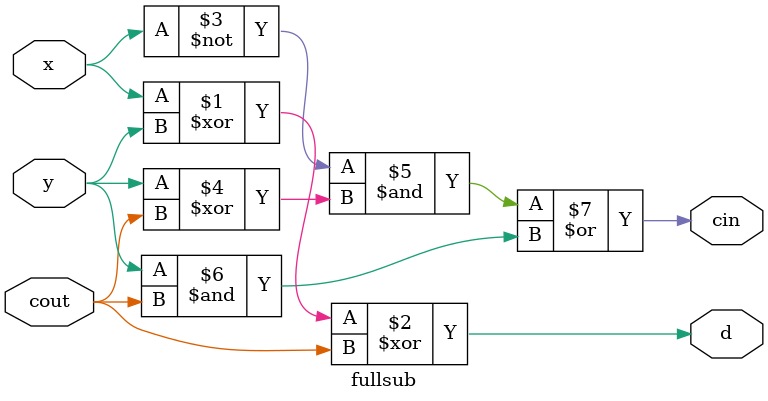
<source format=v>
module fullsub(cout,x,y,d,cin);

  input cout; // carry out bit, borrowed by its next low bit
  input x;
  input y;

  output d;
  output cin;

  assign d = x^y^cout;
  assign cin = (~x&(y^cout))|(y&cout);
endmodule
</source>
